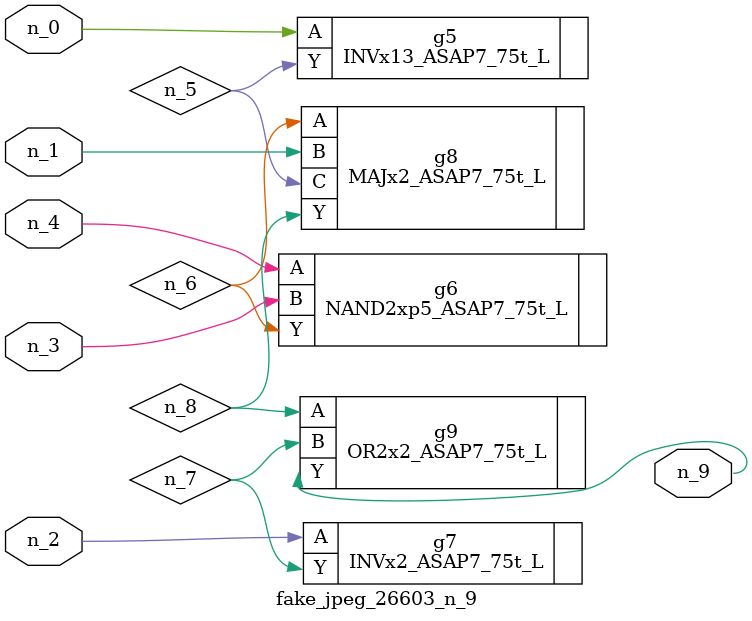
<source format=v>
module fake_jpeg_26603_n_9 (n_3, n_2, n_1, n_0, n_4, n_9);

input n_3;
input n_2;
input n_1;
input n_0;
input n_4;

output n_9;

wire n_8;
wire n_6;
wire n_5;
wire n_7;

INVx13_ASAP7_75t_L g5 ( 
.A(n_0),
.Y(n_5)
);

NAND2xp5_ASAP7_75t_L g6 ( 
.A(n_4),
.B(n_3),
.Y(n_6)
);

INVx2_ASAP7_75t_L g7 ( 
.A(n_2),
.Y(n_7)
);

MAJx2_ASAP7_75t_L g8 ( 
.A(n_6),
.B(n_1),
.C(n_5),
.Y(n_8)
);

OR2x2_ASAP7_75t_L g9 ( 
.A(n_8),
.B(n_7),
.Y(n_9)
);


endmodule
</source>
